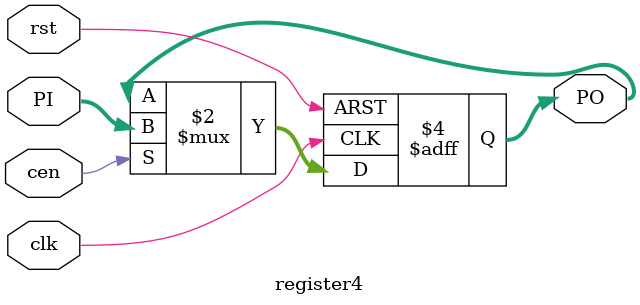
<source format=v>
`timescale 1ns/1ns

module register4(input [3:0] PI , input clk , cen , rst , output reg [3:0] PO);
    always @ (posedge clk , posedge rst) begin 
        if (rst) PO <= 4'd0;
        else if (cen) PO <= PI;
    end
endmodule

</source>
